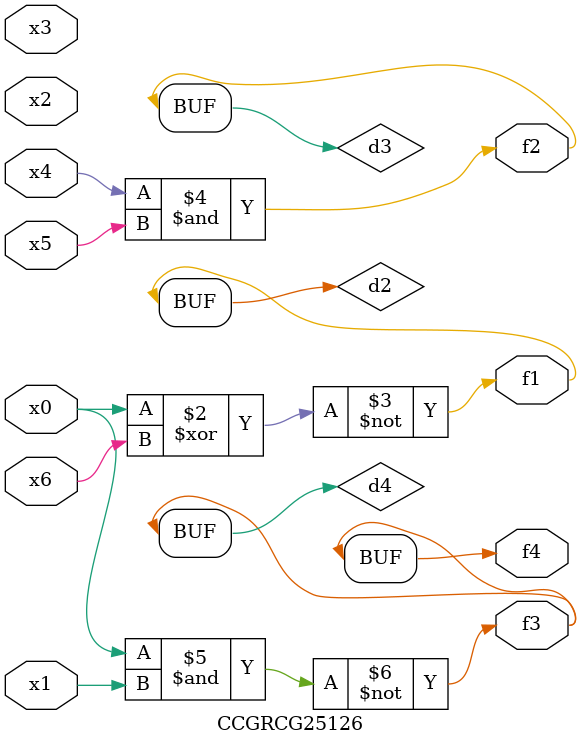
<source format=v>
module CCGRCG25126(
	input x0, x1, x2, x3, x4, x5, x6,
	output f1, f2, f3, f4
);

	wire d1, d2, d3, d4;

	nor (d1, x0);
	xnor (d2, x0, x6);
	and (d3, x4, x5);
	nand (d4, x0, x1);
	assign f1 = d2;
	assign f2 = d3;
	assign f3 = d4;
	assign f4 = d4;
endmodule

</source>
